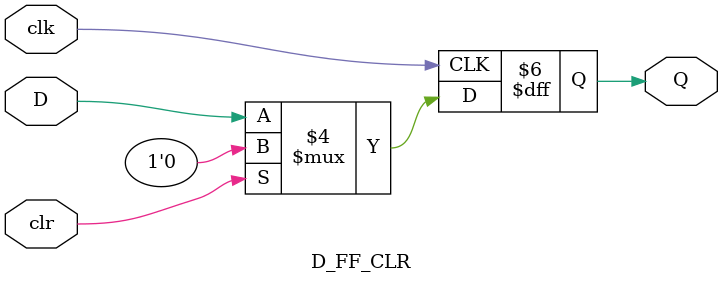
<source format=v>
`timescale 1ns / 1ps


module D_FF_CLR(
    input D,
    input clk,
    input clr,
    output Q
    );
    
    reg Q;
    
    always@(posedge clk) begin
        if(clr == 1)
            Q = 1'b0;
        else
            Q = D;
    end
    
endmodule

</source>
